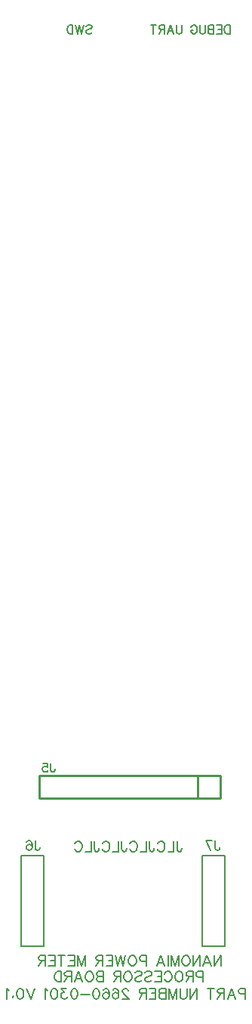
<source format=gbo>
G04 Layer: BottomSilkscreenLayer*
G04 EasyEDA v6.5.34, 2023-10-04 19:43:08*
G04 c11720abcaec4e6590754cbdbbe34226,5a6b42c53f6a479593ecc07194224c93,10*
G04 Gerber Generator version 0.2*
G04 Scale: 100 percent, Rotated: No, Reflected: No *
G04 Dimensions in millimeters *
G04 leading zeros omitted , absolute positions ,4 integer and 5 decimal *
%FSLAX45Y45*%
%MOMM*%

%ADD10C,0.2032*%
%ADD11C,0.1524*%
%ADD12C,0.2540*%
%ADD13C,0.2030*%

%LPD*%
D10*
X2580690Y2610357D02*
G01*
X2580690Y2522981D01*
X2586278Y2506726D01*
X2591612Y2501137D01*
X2602534Y2495804D01*
X2613456Y2495804D01*
X2624378Y2501137D01*
X2629966Y2506726D01*
X2635300Y2522981D01*
X2635300Y2533904D01*
X2544876Y2610357D02*
G01*
X2544876Y2495804D01*
X2544876Y2495804D02*
G01*
X2479344Y2495804D01*
X2361488Y2582926D02*
G01*
X2366822Y2593847D01*
X2377744Y2604770D01*
X2388666Y2610357D01*
X2410510Y2610357D01*
X2421432Y2604770D01*
X2432354Y2593847D01*
X2437942Y2582926D01*
X2443276Y2566670D01*
X2443276Y2539492D01*
X2437942Y2522981D01*
X2432354Y2512060D01*
X2421432Y2501137D01*
X2410510Y2495804D01*
X2388666Y2495804D01*
X2377744Y2501137D01*
X2366822Y2512060D01*
X2361488Y2522981D01*
X2271064Y2610357D02*
G01*
X2271064Y2522981D01*
X2276398Y2506726D01*
X2281732Y2501137D01*
X2292654Y2495804D01*
X2303576Y2495804D01*
X2314498Y2501137D01*
X2320086Y2506726D01*
X2325420Y2522981D01*
X2325420Y2533904D01*
X2234996Y2610357D02*
G01*
X2234996Y2495804D01*
X2234996Y2495804D02*
G01*
X2169464Y2495804D01*
X2051608Y2582926D02*
G01*
X2057196Y2593847D01*
X2068118Y2604770D01*
X2079040Y2610357D01*
X2100630Y2610357D01*
X2111552Y2604770D01*
X2122474Y2593847D01*
X2128062Y2582926D01*
X2133396Y2566670D01*
X2133396Y2539492D01*
X2128062Y2522981D01*
X2122474Y2512060D01*
X2111552Y2501137D01*
X2100630Y2495804D01*
X2079040Y2495804D01*
X2068118Y2501137D01*
X2057196Y2512060D01*
X2051608Y2522981D01*
X1961184Y2610357D02*
G01*
X1961184Y2522981D01*
X1966518Y2506726D01*
X1972106Y2501137D01*
X1983028Y2495804D01*
X1993950Y2495804D01*
X2004872Y2501137D01*
X2010206Y2506726D01*
X2015540Y2522981D01*
X2015540Y2533904D01*
X1925116Y2610357D02*
G01*
X1925116Y2495804D01*
X1925116Y2495804D02*
G01*
X1859584Y2495804D01*
X1741728Y2582926D02*
G01*
X1747316Y2593847D01*
X1758238Y2604770D01*
X1769160Y2610357D01*
X1791004Y2610357D01*
X1801926Y2604770D01*
X1812848Y2593847D01*
X1818182Y2582926D01*
X1823770Y2566670D01*
X1823770Y2539492D01*
X1818182Y2522981D01*
X1812848Y2512060D01*
X1801926Y2501137D01*
X1791004Y2495804D01*
X1769160Y2495804D01*
X1758238Y2501137D01*
X1747316Y2512060D01*
X1741728Y2522981D01*
X1651304Y2610357D02*
G01*
X1651304Y2522981D01*
X1656638Y2506726D01*
X1662226Y2501137D01*
X1673148Y2495804D01*
X1684070Y2495804D01*
X1694992Y2501137D01*
X1700326Y2506726D01*
X1705914Y2522981D01*
X1705914Y2533904D01*
X1615236Y2610357D02*
G01*
X1615236Y2495804D01*
X1615236Y2495804D02*
G01*
X1549958Y2495804D01*
X1432102Y2582926D02*
G01*
X1437436Y2593847D01*
X1448358Y2604770D01*
X1459280Y2610357D01*
X1481124Y2610357D01*
X1492046Y2604770D01*
X1502968Y2593847D01*
X1508302Y2582926D01*
X1513890Y2566670D01*
X1513890Y2539492D01*
X1508302Y2522981D01*
X1502968Y2512060D01*
X1492046Y2501137D01*
X1481124Y2495804D01*
X1459280Y2495804D01*
X1448358Y2501137D01*
X1437436Y2512060D01*
X1432102Y2522981D01*
X3073400Y1327589D02*
G01*
X3073400Y1213045D01*
X3073400Y1327589D02*
G01*
X2997037Y1213045D01*
X2997037Y1327589D02*
G01*
X2997037Y1213045D01*
X2917400Y1327589D02*
G01*
X2961035Y1213045D01*
X2917400Y1327589D02*
G01*
X2873763Y1213045D01*
X2944672Y1251226D02*
G01*
X2890128Y1251226D01*
X2837764Y1327589D02*
G01*
X2837764Y1213045D01*
X2837764Y1327589D02*
G01*
X2761401Y1213045D01*
X2761401Y1327589D02*
G01*
X2761401Y1213045D01*
X2692674Y1327589D02*
G01*
X2703583Y1322136D01*
X2714490Y1311226D01*
X2719946Y1300317D01*
X2725399Y1283954D01*
X2725399Y1256682D01*
X2719946Y1240317D01*
X2714490Y1229408D01*
X2703583Y1218498D01*
X2692674Y1213045D01*
X2670855Y1213045D01*
X2659946Y1218498D01*
X2649037Y1229408D01*
X2643583Y1240317D01*
X2638127Y1256682D01*
X2638127Y1283954D01*
X2643583Y1300317D01*
X2649037Y1311226D01*
X2659946Y1322136D01*
X2670855Y1327589D01*
X2692674Y1327589D01*
X2602128Y1327589D02*
G01*
X2602128Y1213045D01*
X2602128Y1327589D02*
G01*
X2558491Y1213045D01*
X2514856Y1327589D02*
G01*
X2558491Y1213045D01*
X2514856Y1327589D02*
G01*
X2514856Y1213045D01*
X2478854Y1327589D02*
G01*
X2478854Y1213045D01*
X2399220Y1327589D02*
G01*
X2442855Y1213045D01*
X2399220Y1327589D02*
G01*
X2355583Y1213045D01*
X2426492Y1251226D02*
G01*
X2371945Y1251226D01*
X2235583Y1327589D02*
G01*
X2235583Y1213045D01*
X2235583Y1327589D02*
G01*
X2186492Y1327589D01*
X2170130Y1322136D01*
X2164674Y1316682D01*
X2159220Y1305773D01*
X2159220Y1289408D01*
X2164674Y1278498D01*
X2170130Y1273045D01*
X2186492Y1267589D01*
X2235583Y1267589D01*
X2090493Y1327589D02*
G01*
X2101402Y1322136D01*
X2112312Y1311226D01*
X2117765Y1300317D01*
X2123219Y1283954D01*
X2123219Y1256682D01*
X2117765Y1240317D01*
X2112312Y1229408D01*
X2101402Y1218498D01*
X2090493Y1213045D01*
X2068675Y1213045D01*
X2057765Y1218498D01*
X2046856Y1229408D01*
X2041403Y1240317D01*
X2035947Y1256682D01*
X2035947Y1283954D01*
X2041403Y1300317D01*
X2046856Y1311226D01*
X2057765Y1322136D01*
X2068675Y1327589D01*
X2090493Y1327589D01*
X1999947Y1327589D02*
G01*
X1972675Y1213045D01*
X1945401Y1327589D02*
G01*
X1972675Y1213045D01*
X1945401Y1327589D02*
G01*
X1918129Y1213045D01*
X1890857Y1327589D02*
G01*
X1918129Y1213045D01*
X1854857Y1327589D02*
G01*
X1854857Y1213045D01*
X1854857Y1327589D02*
G01*
X1783948Y1327589D01*
X1854857Y1273045D02*
G01*
X1811220Y1273045D01*
X1854857Y1213045D02*
G01*
X1783948Y1213045D01*
X1747949Y1327589D02*
G01*
X1747949Y1213045D01*
X1747949Y1327589D02*
G01*
X1698856Y1327589D01*
X1682493Y1322136D01*
X1677040Y1316682D01*
X1671584Y1305773D01*
X1671584Y1294864D01*
X1677040Y1283954D01*
X1682493Y1278498D01*
X1698856Y1273045D01*
X1747949Y1273045D01*
X1709765Y1273045D02*
G01*
X1671584Y1213045D01*
X1551584Y1327589D02*
G01*
X1551584Y1213045D01*
X1551584Y1327589D02*
G01*
X1507949Y1213045D01*
X1464312Y1327589D02*
G01*
X1507949Y1213045D01*
X1464312Y1327589D02*
G01*
X1464312Y1213045D01*
X1428313Y1327589D02*
G01*
X1428313Y1213045D01*
X1428313Y1327589D02*
G01*
X1357403Y1327589D01*
X1428313Y1273045D02*
G01*
X1384675Y1273045D01*
X1428313Y1213045D02*
G01*
X1357403Y1213045D01*
X1283220Y1327589D02*
G01*
X1283220Y1213045D01*
X1321404Y1327589D02*
G01*
X1245039Y1327589D01*
X1209040Y1327589D02*
G01*
X1209040Y1213045D01*
X1209040Y1327589D02*
G01*
X1138130Y1327589D01*
X1209040Y1273045D02*
G01*
X1165402Y1273045D01*
X1209040Y1213045D02*
G01*
X1138130Y1213045D01*
X1102131Y1327589D02*
G01*
X1102131Y1213045D01*
X1102131Y1327589D02*
G01*
X1053040Y1327589D01*
X1036675Y1322136D01*
X1031222Y1316682D01*
X1025768Y1305773D01*
X1025768Y1294864D01*
X1031222Y1283954D01*
X1036675Y1278498D01*
X1053040Y1273045D01*
X1102131Y1273045D01*
X1063950Y1273045D02*
G01*
X1025768Y1213045D01*
X3346500Y959289D02*
G01*
X3346500Y844745D01*
X3346500Y959289D02*
G01*
X3297410Y959289D01*
X3281047Y953836D01*
X3275591Y948382D01*
X3270138Y937473D01*
X3270138Y921108D01*
X3275591Y910199D01*
X3281047Y904745D01*
X3297410Y899289D01*
X3346500Y899289D01*
X3190501Y959289D02*
G01*
X3234136Y844745D01*
X3190501Y959289D02*
G01*
X3146864Y844745D01*
X3217773Y882926D02*
G01*
X3163229Y882926D01*
X3110865Y959289D02*
G01*
X3110865Y844745D01*
X3110865Y959289D02*
G01*
X3061774Y959289D01*
X3045411Y953836D01*
X3039955Y948382D01*
X3034501Y937473D01*
X3034501Y926564D01*
X3039955Y915654D01*
X3045411Y910199D01*
X3061774Y904745D01*
X3110865Y904745D01*
X3072683Y904745D02*
G01*
X3034501Y844745D01*
X2960319Y959289D02*
G01*
X2960319Y844745D01*
X2998500Y959289D02*
G01*
X2922137Y959289D01*
X2802138Y959289D02*
G01*
X2802138Y844745D01*
X2802138Y959289D02*
G01*
X2725775Y844745D01*
X2725775Y959289D02*
G01*
X2725775Y844745D01*
X2689773Y959289D02*
G01*
X2689773Y877473D01*
X2684320Y861108D01*
X2673410Y850199D01*
X2657048Y844745D01*
X2646138Y844745D01*
X2629773Y850199D01*
X2618866Y861108D01*
X2613411Y877473D01*
X2613411Y959289D01*
X2577411Y959289D02*
G01*
X2577411Y844745D01*
X2577411Y959289D02*
G01*
X2533774Y844745D01*
X2490139Y959289D02*
G01*
X2533774Y844745D01*
X2490139Y959289D02*
G01*
X2490139Y844745D01*
X2454137Y959289D02*
G01*
X2454137Y844745D01*
X2454137Y959289D02*
G01*
X2405047Y959289D01*
X2388684Y953836D01*
X2383231Y948382D01*
X2377775Y937473D01*
X2377775Y926564D01*
X2383231Y915654D01*
X2388684Y910199D01*
X2405047Y904745D01*
X2454137Y904745D02*
G01*
X2405047Y904745D01*
X2388684Y899289D01*
X2383231Y893836D01*
X2377775Y882926D01*
X2377775Y866564D01*
X2383231Y855654D01*
X2388684Y850199D01*
X2405047Y844745D01*
X2454137Y844745D01*
X2341775Y959289D02*
G01*
X2341775Y844745D01*
X2341775Y959289D02*
G01*
X2270866Y959289D01*
X2341775Y904745D02*
G01*
X2298138Y904745D01*
X2341775Y844745D02*
G01*
X2270866Y844745D01*
X2234867Y959289D02*
G01*
X2234867Y844745D01*
X2234867Y959289D02*
G01*
X2185776Y959289D01*
X2169411Y953836D01*
X2163958Y948382D01*
X2158502Y937473D01*
X2158502Y926564D01*
X2163958Y915654D01*
X2169411Y910199D01*
X2185776Y904745D01*
X2234867Y904745D01*
X2196685Y904745D02*
G01*
X2158502Y844745D01*
X2033049Y932017D02*
G01*
X2033049Y937473D01*
X2027593Y948382D01*
X2022139Y953836D01*
X2011230Y959289D01*
X1989411Y959289D01*
X1978502Y953836D01*
X1973049Y948382D01*
X1967593Y937473D01*
X1967593Y926564D01*
X1973049Y915654D01*
X1983958Y899289D01*
X2038502Y844745D01*
X1962139Y844745D01*
X1860684Y942926D02*
G01*
X1866140Y953836D01*
X1882503Y959289D01*
X1893412Y959289D01*
X1909775Y953836D01*
X1920684Y937473D01*
X1926140Y910199D01*
X1926140Y882926D01*
X1920684Y861108D01*
X1909775Y850199D01*
X1893412Y844745D01*
X1887959Y844745D01*
X1871593Y850199D01*
X1860684Y861108D01*
X1855231Y877473D01*
X1855231Y882926D01*
X1860684Y899289D01*
X1871593Y910199D01*
X1887959Y915654D01*
X1893412Y915654D01*
X1909775Y910199D01*
X1920684Y899289D01*
X1926140Y882926D01*
X1753776Y942926D02*
G01*
X1759231Y953836D01*
X1775594Y959289D01*
X1786503Y959289D01*
X1802866Y953836D01*
X1813775Y937473D01*
X1819231Y910199D01*
X1819231Y882926D01*
X1813775Y861108D01*
X1802866Y850199D01*
X1786503Y844745D01*
X1781050Y844745D01*
X1764685Y850199D01*
X1753776Y861108D01*
X1748322Y877473D01*
X1748322Y882926D01*
X1753776Y899289D01*
X1764685Y910199D01*
X1781050Y915654D01*
X1786503Y915654D01*
X1802866Y910199D01*
X1813775Y899289D01*
X1819231Y882926D01*
X1679595Y959289D02*
G01*
X1695958Y953836D01*
X1706867Y937473D01*
X1712323Y910199D01*
X1712323Y893836D01*
X1706867Y866564D01*
X1695958Y850199D01*
X1679595Y844745D01*
X1668686Y844745D01*
X1652323Y850199D01*
X1641414Y866564D01*
X1635958Y893836D01*
X1635958Y910199D01*
X1641414Y937473D01*
X1652323Y953836D01*
X1668686Y959289D01*
X1679595Y959289D01*
X1599958Y893836D02*
G01*
X1501777Y893836D01*
X1433050Y959289D02*
G01*
X1449412Y953836D01*
X1460322Y937473D01*
X1465778Y910199D01*
X1465778Y893836D01*
X1460322Y866564D01*
X1449412Y850199D01*
X1433050Y844745D01*
X1422140Y844745D01*
X1405778Y850199D01*
X1394868Y866564D01*
X1389413Y893836D01*
X1389413Y910199D01*
X1394868Y937473D01*
X1405778Y953836D01*
X1422140Y959289D01*
X1433050Y959289D01*
X1342504Y959289D02*
G01*
X1282504Y959289D01*
X1315232Y915654D01*
X1298869Y915654D01*
X1287960Y910199D01*
X1282504Y904745D01*
X1277051Y888382D01*
X1277051Y877473D01*
X1282504Y861108D01*
X1293413Y850199D01*
X1309776Y844745D01*
X1326141Y844745D01*
X1342504Y850199D01*
X1347960Y855654D01*
X1353413Y866564D01*
X1208323Y959289D02*
G01*
X1224686Y953836D01*
X1235595Y937473D01*
X1241051Y910199D01*
X1241051Y893836D01*
X1235595Y866564D01*
X1224686Y850199D01*
X1208323Y844745D01*
X1197414Y844745D01*
X1181051Y850199D01*
X1170142Y866564D01*
X1164686Y893836D01*
X1164686Y910199D01*
X1170142Y937473D01*
X1181051Y953836D01*
X1197414Y959289D01*
X1208323Y959289D01*
X1128687Y937473D02*
G01*
X1117777Y942926D01*
X1101415Y959289D01*
X1101415Y844745D01*
X981415Y959289D02*
G01*
X937778Y844745D01*
X894140Y959289D02*
G01*
X937778Y844745D01*
X825416Y959289D02*
G01*
X841778Y953836D01*
X852688Y937473D01*
X858141Y910199D01*
X858141Y893836D01*
X852688Y866564D01*
X841778Y850199D01*
X825416Y844745D01*
X814506Y844745D01*
X798141Y850199D01*
X787232Y866564D01*
X781778Y893836D01*
X781778Y910199D01*
X787232Y937473D01*
X798141Y953836D01*
X814506Y959289D01*
X825416Y959289D01*
X740323Y872017D02*
G01*
X745779Y866564D01*
X740323Y861108D01*
X734870Y866564D01*
X740323Y872017D01*
X698870Y937473D02*
G01*
X687961Y942926D01*
X671596Y959289D01*
X671596Y844745D01*
X2870200Y1149789D02*
G01*
X2870200Y1035245D01*
X2870200Y1149789D02*
G01*
X2821109Y1149789D01*
X2804746Y1144336D01*
X2799290Y1138882D01*
X2793837Y1127973D01*
X2793837Y1111608D01*
X2799290Y1100698D01*
X2804746Y1095245D01*
X2821109Y1089789D01*
X2870200Y1089789D01*
X2757835Y1149789D02*
G01*
X2757835Y1035245D01*
X2757835Y1149789D02*
G01*
X2708744Y1149789D01*
X2692382Y1144336D01*
X2686928Y1138882D01*
X2681472Y1127973D01*
X2681472Y1117064D01*
X2686928Y1106154D01*
X2692382Y1100698D01*
X2708744Y1095245D01*
X2757835Y1095245D01*
X2719654Y1095245D02*
G01*
X2681472Y1035245D01*
X2612745Y1149789D02*
G01*
X2623654Y1144336D01*
X2634564Y1133426D01*
X2640017Y1122517D01*
X2645473Y1106154D01*
X2645473Y1078882D01*
X2640017Y1062517D01*
X2634564Y1051608D01*
X2623654Y1040698D01*
X2612745Y1035245D01*
X2590927Y1035245D01*
X2580017Y1040698D01*
X2569110Y1051608D01*
X2563655Y1062517D01*
X2558201Y1078882D01*
X2558201Y1106154D01*
X2563655Y1122517D01*
X2569110Y1133426D01*
X2580017Y1144336D01*
X2590927Y1149789D01*
X2612745Y1149789D01*
X2440383Y1122517D02*
G01*
X2445837Y1133426D01*
X2456746Y1144336D01*
X2467655Y1149789D01*
X2489474Y1149789D01*
X2500383Y1144336D01*
X2511290Y1133426D01*
X2516746Y1122517D01*
X2522199Y1106154D01*
X2522199Y1078882D01*
X2516746Y1062517D01*
X2511290Y1051608D01*
X2500383Y1040698D01*
X2489474Y1035245D01*
X2467655Y1035245D01*
X2456746Y1040698D01*
X2445837Y1051608D01*
X2440383Y1062517D01*
X2404381Y1149789D02*
G01*
X2404381Y1035245D01*
X2404381Y1149789D02*
G01*
X2333472Y1149789D01*
X2404381Y1095245D02*
G01*
X2360747Y1095245D01*
X2404381Y1035245D02*
G01*
X2333472Y1035245D01*
X2221110Y1133426D02*
G01*
X2232019Y1144336D01*
X2248382Y1149789D01*
X2270201Y1149789D01*
X2286563Y1144336D01*
X2297473Y1133426D01*
X2297473Y1122517D01*
X2292019Y1111608D01*
X2286563Y1106154D01*
X2275654Y1100698D01*
X2242929Y1089789D01*
X2232019Y1084336D01*
X2226563Y1078882D01*
X2221110Y1067973D01*
X2221110Y1051608D01*
X2232019Y1040698D01*
X2248382Y1035245D01*
X2270201Y1035245D01*
X2286563Y1040698D01*
X2297473Y1051608D01*
X2108746Y1133426D02*
G01*
X2119655Y1144336D01*
X2136020Y1149789D01*
X2157836Y1149789D01*
X2174201Y1144336D01*
X2185111Y1133426D01*
X2185111Y1122517D01*
X2179655Y1111608D01*
X2174201Y1106154D01*
X2163292Y1100698D01*
X2130564Y1089789D01*
X2119655Y1084336D01*
X2114202Y1078882D01*
X2108746Y1067973D01*
X2108746Y1051608D01*
X2119655Y1040698D01*
X2136020Y1035245D01*
X2157836Y1035245D01*
X2174201Y1040698D01*
X2185111Y1051608D01*
X2040018Y1149789D02*
G01*
X2050928Y1144336D01*
X2061837Y1133426D01*
X2067293Y1122517D01*
X2072746Y1106154D01*
X2072746Y1078882D01*
X2067293Y1062517D01*
X2061837Y1051608D01*
X2050928Y1040698D01*
X2040018Y1035245D01*
X2018202Y1035245D01*
X2007293Y1040698D01*
X1996384Y1051608D01*
X1990928Y1062517D01*
X1985474Y1078882D01*
X1985474Y1106154D01*
X1990928Y1122517D01*
X1996384Y1133426D01*
X2007293Y1144336D01*
X2018202Y1149789D01*
X2040018Y1149789D01*
X1949475Y1149789D02*
G01*
X1949475Y1035245D01*
X1949475Y1149789D02*
G01*
X1900384Y1149789D01*
X1884019Y1144336D01*
X1878566Y1138882D01*
X1873110Y1127973D01*
X1873110Y1117064D01*
X1878566Y1106154D01*
X1884019Y1100698D01*
X1900384Y1095245D01*
X1949475Y1095245D01*
X1911291Y1095245D02*
G01*
X1873110Y1035245D01*
X1753110Y1149789D02*
G01*
X1753110Y1035245D01*
X1753110Y1149789D02*
G01*
X1704019Y1149789D01*
X1687657Y1144336D01*
X1682201Y1138882D01*
X1676747Y1127973D01*
X1676747Y1117064D01*
X1682201Y1106154D01*
X1687657Y1100698D01*
X1704019Y1095245D01*
X1753110Y1095245D02*
G01*
X1704019Y1095245D01*
X1687657Y1089789D01*
X1682201Y1084336D01*
X1676747Y1073426D01*
X1676747Y1057064D01*
X1682201Y1046154D01*
X1687657Y1040698D01*
X1704019Y1035245D01*
X1753110Y1035245D01*
X1608020Y1149789D02*
G01*
X1618929Y1144336D01*
X1629839Y1133426D01*
X1635292Y1122517D01*
X1640748Y1106154D01*
X1640748Y1078882D01*
X1635292Y1062517D01*
X1629839Y1051608D01*
X1618929Y1040698D01*
X1608020Y1035245D01*
X1586202Y1035245D01*
X1575292Y1040698D01*
X1564383Y1051608D01*
X1558930Y1062517D01*
X1553474Y1078882D01*
X1553474Y1106154D01*
X1558930Y1122517D01*
X1564383Y1133426D01*
X1575292Y1144336D01*
X1586202Y1149789D01*
X1608020Y1149789D01*
X1473840Y1149789D02*
G01*
X1517474Y1035245D01*
X1473840Y1149789D02*
G01*
X1430202Y1035245D01*
X1501112Y1073426D02*
G01*
X1446565Y1073426D01*
X1394203Y1149789D02*
G01*
X1394203Y1035245D01*
X1394203Y1149789D02*
G01*
X1345112Y1149789D01*
X1328747Y1144336D01*
X1323294Y1138882D01*
X1317838Y1127973D01*
X1317838Y1117064D01*
X1323294Y1106154D01*
X1328747Y1100698D01*
X1345112Y1095245D01*
X1394203Y1095245D01*
X1356022Y1095245D02*
G01*
X1317838Y1035245D01*
X1281838Y1149789D02*
G01*
X1281838Y1035245D01*
X1281838Y1149789D02*
G01*
X1243657Y1149789D01*
X1227294Y1144336D01*
X1216385Y1133426D01*
X1210929Y1122517D01*
X1205476Y1106154D01*
X1205476Y1078882D01*
X1210929Y1062517D01*
X1216385Y1051608D01*
X1227294Y1040698D01*
X1243657Y1035245D01*
X1281838Y1035245D01*
D11*
X3175000Y11759437D02*
G01*
X3175000Y11663934D01*
X3175000Y11759437D02*
G01*
X3143250Y11759437D01*
X3129534Y11754865D01*
X3120390Y11745976D01*
X3115818Y11736831D01*
X3111245Y11723115D01*
X3111245Y11700510D01*
X3115818Y11686794D01*
X3120390Y11677650D01*
X3129534Y11668505D01*
X3143250Y11663934D01*
X3175000Y11663934D01*
X3081274Y11759437D02*
G01*
X3081274Y11663934D01*
X3081274Y11759437D02*
G01*
X3022345Y11759437D01*
X3081274Y11713971D02*
G01*
X3044952Y11713971D01*
X3081274Y11663934D02*
G01*
X3022345Y11663934D01*
X2992374Y11759437D02*
G01*
X2992374Y11663934D01*
X2992374Y11759437D02*
G01*
X2951479Y11759437D01*
X2937763Y11754865D01*
X2933191Y11750294D01*
X2928620Y11741404D01*
X2928620Y11732260D01*
X2933191Y11723115D01*
X2937763Y11718544D01*
X2951479Y11713971D01*
X2992374Y11713971D02*
G01*
X2951479Y11713971D01*
X2937763Y11709400D01*
X2933191Y11705081D01*
X2928620Y11695937D01*
X2928620Y11682221D01*
X2933191Y11673078D01*
X2937763Y11668505D01*
X2951479Y11663934D01*
X2992374Y11663934D01*
X2898647Y11759437D02*
G01*
X2898647Y11691365D01*
X2894075Y11677650D01*
X2884931Y11668505D01*
X2871470Y11663934D01*
X2862325Y11663934D01*
X2848609Y11668505D01*
X2839465Y11677650D01*
X2834893Y11691365D01*
X2834893Y11759437D01*
X2736850Y11736831D02*
G01*
X2741422Y11745976D01*
X2750565Y11754865D01*
X2759456Y11759437D01*
X2777743Y11759437D01*
X2786888Y11754865D01*
X2796031Y11745976D01*
X2800350Y11736831D01*
X2804922Y11723115D01*
X2804922Y11700510D01*
X2800350Y11686794D01*
X2796031Y11677650D01*
X2786888Y11668505D01*
X2777743Y11663934D01*
X2759456Y11663934D01*
X2750565Y11668505D01*
X2741422Y11677650D01*
X2736850Y11686794D01*
X2736850Y11700510D01*
X2759456Y11700510D02*
G01*
X2736850Y11700510D01*
X2636774Y11759437D02*
G01*
X2636774Y11691365D01*
X2632202Y11677650D01*
X2623058Y11668505D01*
X2609595Y11663934D01*
X2600452Y11663934D01*
X2586736Y11668505D01*
X2577845Y11677650D01*
X2573274Y11691365D01*
X2573274Y11759437D01*
X2506725Y11759437D02*
G01*
X2543302Y11663934D01*
X2506725Y11759437D02*
G01*
X2470404Y11663934D01*
X2529586Y11695937D02*
G01*
X2484120Y11695937D01*
X2440431Y11759437D02*
G01*
X2440431Y11663934D01*
X2440431Y11759437D02*
G01*
X2399538Y11759437D01*
X2385822Y11754865D01*
X2381250Y11750294D01*
X2376931Y11741404D01*
X2376931Y11732260D01*
X2381250Y11723115D01*
X2385822Y11718544D01*
X2399538Y11713971D01*
X2440431Y11713971D01*
X2408681Y11713971D02*
G01*
X2376931Y11663934D01*
X2314956Y11759437D02*
G01*
X2314956Y11663934D01*
X2346706Y11759437D02*
G01*
X2283206Y11759437D01*
X1561843Y11745767D02*
G01*
X1570987Y11754911D01*
X1584703Y11759483D01*
X1602991Y11759483D01*
X1616453Y11754911D01*
X1625597Y11745767D01*
X1625597Y11736877D01*
X1621025Y11727733D01*
X1616453Y11723161D01*
X1607309Y11718589D01*
X1580131Y11709445D01*
X1570987Y11704873D01*
X1566415Y11700301D01*
X1561843Y11691411D01*
X1561843Y11677695D01*
X1570987Y11668551D01*
X1584703Y11663979D01*
X1602991Y11663979D01*
X1616453Y11668551D01*
X1625597Y11677695D01*
X1531871Y11759483D02*
G01*
X1509265Y11663979D01*
X1486405Y11759483D02*
G01*
X1509265Y11663979D01*
X1486405Y11759483D02*
G01*
X1463799Y11663979D01*
X1440939Y11759483D02*
G01*
X1463799Y11663979D01*
X1410967Y11759483D02*
G01*
X1410967Y11663979D01*
X1410967Y11759483D02*
G01*
X1379217Y11759483D01*
X1365501Y11754911D01*
X1356611Y11745767D01*
X1352039Y11736877D01*
X1347467Y11723161D01*
X1347467Y11700301D01*
X1352039Y11686839D01*
X1356611Y11677695D01*
X1365501Y11668551D01*
X1379217Y11663979D01*
X1410967Y11663979D01*
X1164841Y3482903D02*
G01*
X1164841Y3410176D01*
X1169385Y3396541D01*
X1173932Y3391994D01*
X1183022Y3387448D01*
X1192113Y3387448D01*
X1201204Y3391994D01*
X1205748Y3396541D01*
X1210294Y3410176D01*
X1210294Y3419266D01*
X1080295Y3482903D02*
G01*
X1125748Y3482903D01*
X1130294Y3441994D01*
X1125748Y3446541D01*
X1112113Y3451085D01*
X1098476Y3451085D01*
X1084841Y3446541D01*
X1075748Y3437448D01*
X1071204Y3423813D01*
X1071204Y3414722D01*
X1075748Y3401085D01*
X1084841Y3391994D01*
X1098476Y3387448D01*
X1112113Y3387448D01*
X1125748Y3391994D01*
X1130294Y3396541D01*
X1134841Y3405631D01*
X3008718Y2618051D02*
G01*
X3008718Y2534925D01*
X3013915Y2519337D01*
X3019110Y2514142D01*
X3029501Y2508948D01*
X3039892Y2508948D01*
X3050283Y2514142D01*
X3055480Y2519337D01*
X3060674Y2534925D01*
X3060674Y2545316D01*
X2901693Y2618051D02*
G01*
X2953649Y2508948D01*
X2974428Y2618051D02*
G01*
X2901693Y2618051D01*
X989444Y2617238D02*
G01*
X989444Y2534112D01*
X994641Y2518524D01*
X999835Y2513329D01*
X1010226Y2508135D01*
X1020617Y2508135D01*
X1031008Y2513329D01*
X1036205Y2518524D01*
X1041400Y2534112D01*
X1041400Y2544503D01*
X892809Y2601653D02*
G01*
X898004Y2612044D01*
X913592Y2617238D01*
X923983Y2617238D01*
X939568Y2612044D01*
X949959Y2596456D01*
X955154Y2570479D01*
X955154Y2544503D01*
X949959Y2523721D01*
X939568Y2513329D01*
X923983Y2508135D01*
X918786Y2508135D01*
X903201Y2513329D01*
X892809Y2523721D01*
X887615Y2539306D01*
X887615Y2544503D01*
X892809Y2560088D01*
X903201Y2570479D01*
X918786Y2575674D01*
X923983Y2575674D01*
X939568Y2570479D01*
X949959Y2560088D01*
X955154Y2544503D01*
D12*
X1032497Y3343894D02*
G01*
X1032497Y3089894D01*
X3064492Y3089894D01*
X3064492Y3343894D01*
X1032497Y3343894D01*
X2808142Y3343894D02*
G01*
X2808142Y3089894D01*
D10*
X3117799Y2451100D02*
G01*
X2863799Y2451100D01*
X2863799Y1435100D01*
X3117799Y1435100D01*
X3117799Y1625600D01*
D13*
X3117799Y2451100D02*
G01*
X3117799Y1625600D01*
D10*
X1085799Y2451100D02*
G01*
X831799Y2451100D01*
X831799Y1435100D01*
X1085799Y1435100D01*
X1085799Y1625600D01*
D13*
X1085799Y2451100D02*
G01*
X1085799Y1625600D01*
M02*

</source>
